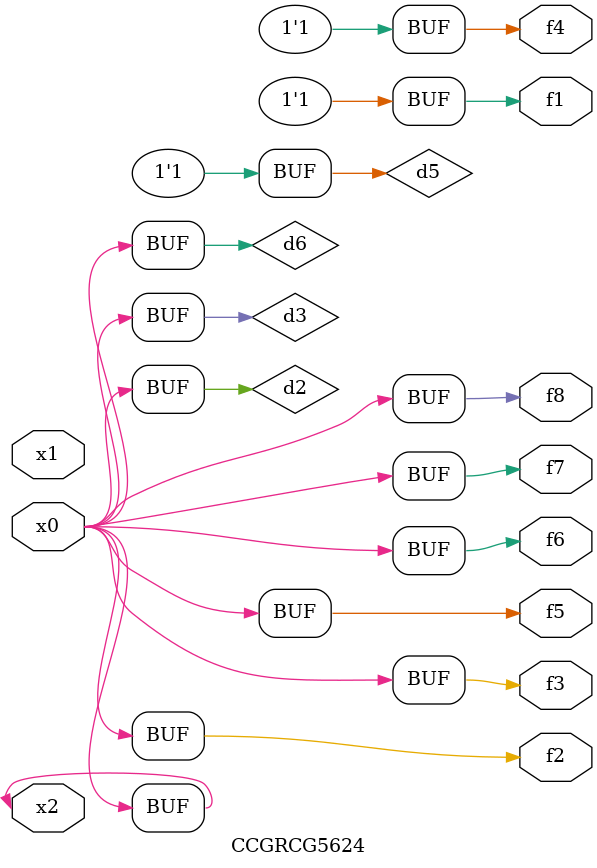
<source format=v>
module CCGRCG5624(
	input x0, x1, x2,
	output f1, f2, f3, f4, f5, f6, f7, f8
);

	wire d1, d2, d3, d4, d5, d6;

	xnor (d1, x2);
	buf (d2, x0, x2);
	and (d3, x0);
	xnor (d4, x1, x2);
	nand (d5, d1, d3);
	buf (d6, d2, d3);
	assign f1 = d5;
	assign f2 = d6;
	assign f3 = d6;
	assign f4 = d5;
	assign f5 = d6;
	assign f6 = d6;
	assign f7 = d6;
	assign f8 = d6;
endmodule

</source>
